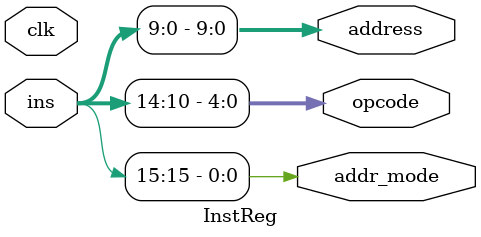
<source format=v>
`timescale 1ns / 1ps


module InstReg(addr_mode,opcode,address,clk,ins);
    input clk;
    input [15:0] ins;
    output reg addr_mode;
    output reg [4:0] opcode;
    output reg [9:0] address;

    always @(clk==1'b1) begin
        addr_mode <= ins[15];
        opcode <= ins[14:10];
        address <= ins[9:0];
    end
endmodule

</source>
